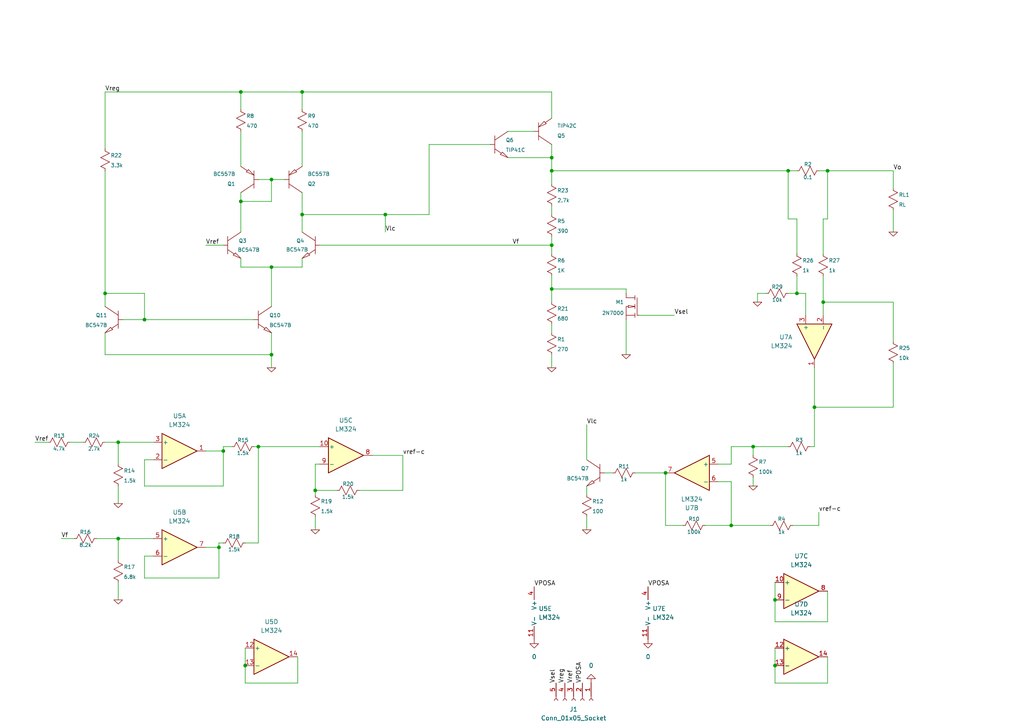
<source format=kicad_sch>
(kicad_sch (version 20231120) (generator "eeschema") (generator_version "8.0")
  (paper "A4")
  (lib_symbols
    (symbol "Amplifier_Operational:LM324" (pin_names (offset 0.127))
      (property "Reference" "U" (at 0 5.08 0))
      (property "Value" "LM324" (at 0 -5.08 0))
      (symbol "LM324_1_1"
        (polyline (pts (xy -5.08 5.08) (xy 5.08 0) (xy -5.08 -5.08) (xy -5.08 5.08)) (stroke (width 0.254)) (fill (type background)))
        (pin output line (at 7.62 0 180) (length 2.54) (name "~") (number "1"))
        (pin input line (at -7.62 -2.54 0) (length 2.54) (name "-") (number "2"))
        (pin input line (at -7.62 2.54 0) (length 2.54) (name "+") (number "3"))
      )
      (symbol "LM324_2_1"
        (polyline (pts (xy -5.08 5.08) (xy 5.08 0) (xy -5.08 -5.08) (xy -5.08 5.08)) (stroke (width 0.254)) (fill (type background)))
        (pin input line (at -7.62 2.54 0) (length 2.54) (name "+") (number "5"))
        (pin input line (at -7.62 -2.54 0) (length 2.54) (name "-") (number "6"))
        (pin output line (at 7.62 0 180) (length 2.54) (name "~") (number "7"))
      )
      (symbol "LM324_3_1"
        (polyline (pts (xy -5.08 5.08) (xy 5.08 0) (xy -5.08 -5.08) (xy -5.08 5.08)) (stroke (width 0.254)) (fill (type background)))
        (pin input line (at -7.62 2.54 0) (length 2.54) (name "+") (number "10"))
        (pin output line (at 7.62 0 180) (length 2.54) (name "~") (number "8"))
        (pin input line (at -7.62 -2.54 0) (length 2.54) (name "-") (number "9"))
      )
      (symbol "LM324_4_1"
        (polyline (pts (xy -5.08 5.08) (xy 5.08 0) (xy -5.08 -5.08) (xy -5.08 5.08)) (stroke (width 0.254)) (fill (type background)))
        (pin input line (at -7.62 2.54 0) (length 2.54) (name "+") (number "12"))
        (pin input line (at -7.62 -2.54 0) (length 2.54) (name "-") (number "13"))
        (pin output line (at 7.62 0 180) (length 2.54) (name "~") (number "14"))
      )
      (symbol "LM324_5_1"
        (pin power_in line (at -2.54 -7.62 90) (length 3.81) (name "V-") (number "11"))
        (pin power_in line (at -2.54 7.62 270) (length 3.81) (name "V+") (number "4"))
      )
    )
    (symbol "Connector:Conn_01x05_Socket" (pin_names (offset 1.016) hide)
      (property "Reference" "J" (at 0 7.62 0))
      (property "Value" "Conn_01x05_Socket" (at 0 -7.62 0))
      (symbol "Conn_01x05_Socket_1_1"
        (arc (start 0 -4.572) (mid -0.5058 -5.08) (end 0 -5.588) (stroke (width 0.1524)))
        (arc (start 0 -2.032) (mid -0.5058 -2.54) (end 0 -3.048) (stroke (width 0.1524)))
        (polyline (pts (xy -1.27 -5.08) (xy -0.508 -5.08)) (stroke (width 0.1524)))
        (polyline (pts (xy -1.27 -2.54) (xy -0.508 -2.54)) (stroke (width 0.1524)))
        (polyline (pts (xy -1.27 0) (xy -0.508 0)) (stroke (width 0.1524)))
        (polyline (pts (xy -1.27 2.54) (xy -0.508 2.54)) (stroke (width 0.1524)))
        (polyline (pts (xy -1.27 5.08) (xy -0.508 5.08)) (stroke (width 0.1524)))
        (arc (start 0 0.508) (mid -0.5058 0) (end 0 -0.508) (stroke (width 0.1524)))
        (arc (start 0 3.048) (mid -0.5058 2.54) (end 0 2.032) (stroke (width 0.1524)))
        (arc (start 0 5.588) (mid -0.5058 5.08) (end 0 4.572) (stroke (width 0.1524)))
        (pin passive line (at -5.08 5.08 0) (length 3.81) (name "Pin_1") (number "1"))
        (pin passive line (at -5.08 2.54 0) (length 3.81) (name "Pin_2") (number "2"))
        (pin passive line (at -5.08 0 0) (length 3.81) (name "Pin_3") (number "3"))
        (pin passive line (at -5.08 -2.54 0) (length 3.81) (name "Pin_4") (number "4"))
        (pin passive line (at -5.08 -5.08 0) (length 3.81) (name "Pin_5") (number "5"))
      )
    )
    (symbol "ltspice:GND" (power)
      (symbol "GND_0_0"
        (polyline (pts (xy 1.27 0) (xy -1.27 0) (xy 0 -1.1938) (xy 1.27 0) (xy -1.27 0) (xy 0 -1.1938)) (stroke (width 0.1524)))
        (pin power_in line (at 0 0 0) (length 0.0005) (name "") (number ""))
      )
    )
    (symbol "ltspice:nmos" (pin_numbers hide)
      (symbol "nmos_0_0"
        (polyline (pts (xy 0.635 -6.35) (xy 0 -6.35)) (stroke (width 0.1524)))
        (polyline (pts (xy 0.635 -6.35) (xy 0.635 -1.27)) (stroke (width 0.1524)))
        (polyline (pts (xy 1.27 -6.985) (xy 1.27 -5.715)) (stroke (width 0.1524)))
        (polyline (pts (xy 1.27 -4.445) (xy 1.27 -3.175)) (stroke (width 0.1524)))
        (polyline (pts (xy 1.27 -1.905) (xy 1.27 -0.635)) (stroke (width 0.1524)))
        (polyline (pts (xy 1.27 -1.27) (xy 3.81 -1.27)) (stroke (width 0.1524)))
        (polyline (pts (xy 3.175 -4.1402) (xy 1.27 -3.81)) (stroke (width 0.1524)))
        (polyline (pts (xy 3.175 -4.1402) (xy 3.175 -3.5052)) (stroke (width 0.1524)))
        (polyline (pts (xy 3.175 -3.5052) (xy 1.27 -3.81)) (stroke (width 0.1524)))
        (polyline (pts (xy 3.81 -7.62) (xy 3.81 -3.81)) (stroke (width 0.1524)))
        (polyline (pts (xy 3.81 -6.35) (xy 1.27 -6.35)) (stroke (width 0.1524)))
        (polyline (pts (xy 3.81 -3.81) (xy 3.175 -3.81)) (stroke (width 0.1524)))
        (polyline (pts (xy 3.81 -1.27) (xy 3.81 0)) (stroke (width 0.1524)))
        (pin passive line (at 3.81 0 0) (length 0.0005) (name "D") (number "1"))
        (pin passive line (at 0 -6.35 0) (length 0.0005) (name "G") (number "2"))
        (pin passive line (at 3.81 -7.62 0) (length 0.0005) (name "S") (number "3"))
      )
    )
    (symbol "ltspice:npn" (pin_numbers hide)
      (symbol "npn_0_0"
        (polyline (pts (xy 0 -3.81) (xy 1.27 -3.81)) (stroke (width 0.1524)))
        (polyline (pts (xy 1.27 -5.08) (xy 3.175 -6.35)) (stroke (width 0.1524)))
        (polyline (pts (xy 1.27 -1.27) (xy 1.27 -6.35)) (stroke (width 0.1524)))
        (polyline (pts (xy 2.8702 -6.6802) (xy 3.5052 -6.0452)) (stroke (width 0.1524)))
        (polyline (pts (xy 2.8702 -6.6802) (xy 5.08 -7.62)) (stroke (width 0.1524)))
        (polyline (pts (xy 3.5052 -6.0452) (xy 5.08 -7.62)) (stroke (width 0.1524)))
        (polyline (pts (xy 5.08 0) (xy 1.27 -2.54)) (stroke (width 0.1524)))
        (pin passive line (at 5.08 0 0) (length 0.0005) (name "C") (number "1"))
        (pin passive line (at 0 -3.81 0) (length 0.0005) (name "B") (number "2"))
        (pin passive line (at 5.08 -7.62 0) (length 0.0005) (name "E") (number "3"))
      )
    )
    (symbol "ltspice:pnp" (pin_numbers hide)
      (symbol "pnp_0_0"
        (polyline (pts (xy 0 -3.81) (xy 1.27 -3.81)) (stroke (width 0.1524)))
        (polyline (pts (xy 1.27 -1.27) (xy 1.27 -6.35)) (stroke (width 0.1524)))
        (polyline (pts (xy 2.8702 -6.6802) (xy 1.27 -5.08)) (stroke (width 0.1524)))
        (polyline (pts (xy 2.8702 -6.6802) (xy 3.5052 -6.0452)) (stroke (width 0.1524)))
        (polyline (pts (xy 3.5052 -6.0452) (xy 1.27 -5.08)) (stroke (width 0.1524)))
        (polyline (pts (xy 5.08 -7.62) (xy 3.175 -6.35)) (stroke (width 0.1524)))
        (polyline (pts (xy 5.08 0) (xy 1.27 -2.54)) (stroke (width 0.1524)))
        (pin passive line (at 5.08 0 0) (length 0.0005) (name "C") (number "1"))
        (pin passive line (at 0 -3.81 0) (length 0.0005) (name "B") (number "2"))
        (pin passive line (at 5.08 -7.62 0) (length 0.0005) (name "E") (number "3"))
      )
    )
    (symbol "ltspice:res" (pin_numbers hide)
      (symbol "res_0_0"
        (polyline (pts (xy 0 -6.35) (xy 2.54 -5.08)) (stroke (width 0.1524)))
        (polyline (pts (xy 0 -3.81) (xy 2.54 -2.54)) (stroke (width 0.1524)))
        (polyline (pts (xy 1.27 -7.62) (xy 1.27 -6.985)) (stroke (width 0.1524)))
        (polyline (pts (xy 1.27 -6.985) (xy 0 -6.35)) (stroke (width 0.1524)))
        (polyline (pts (xy 1.27 -1.905) (xy 1.27 -1.27)) (stroke (width 0.1524)))
        (polyline (pts (xy 2.54 -5.08) (xy 0 -3.81)) (stroke (width 0.1524)))
        (polyline (pts (xy 2.54 -2.54) (xy 1.27 -1.905)) (stroke (width 0.1524)))
        (pin passive line (at 1.27 -1.27 0) (length 0.0005) (name "") (number "1"))
        (pin passive line (at 1.27 -7.62 0) (length 0.0005) (name "") (number "2"))
      )
    )
    (symbol "power:GND" (power) (pin_numbers hide) (pin_names (offset 0) hide)
      (property "Value" "GND" (at 0 -3.81 0))
      (symbol "GND_0_1"
        (polyline (pts (xy 0 0) (xy 0 -1.27) (xy 1.27 -1.27) (xy 0 -2.54) (xy -1.27 -1.27) (xy 0 -1.27)))
      )
      (symbol "GND_1_1"
        (pin power_in line (at 0 0 270) (length 0) (name "~") (number "1"))
      )
    )
  )
  (junction (at 160.02 45.72))
  (junction (at 160.02 49.53))
  (junction (at 240.03 49.53))
  (junction (at 212.09 152.4))
  (junction (at 228.6 49.53))
  (junction (at 111.76 62.23))
  (junction (at 71.12 193.04))
  (junction (at 87.63 26.67))
  (junction (at 69.85 58.42))
  (junction (at 218.44 129.54))
  (junction (at 63.5 158.75))
  (junction (at 41.91 92.71))
  (junction (at 224.79 193.04))
  (junction (at 30.48 85.09))
  (junction (at 91.44 142.24))
  (junction (at 193.04 137.16))
  (junction (at 231.14 85.09))
  (junction (at 87.63 62.23))
  (junction (at 34.29 128.27))
  (junction (at 78.74 102.87))
  (junction (at 160.02 71.12))
  (junction (at 224.79 173.99))
  (junction (at 78.74 77.47))
  (junction (at 74.93 129.54))
  (junction (at 236.22 118.11))
  (junction (at 238.76 87.63))
  (junction (at 160.02 83.82))
  (junction (at 34.29 156.21))
  (junction (at 78.74 52.07))
  (junction (at 69.85 26.67))
  (junction (at 64.77 130.81))
  (wire (pts (xy 30.48 102.87) (xy 30.48 96.52)) (stroke (width 0.1524)))
  (wire (pts (xy 78.74 88.9) (xy 78.74 77.47)) (stroke (width 0.1524)))
  (wire (pts (xy 181.61 83.82) (xy 160.02 83.82)) (stroke (width 0.1524)))
  (wire (pts (xy 111.76 67.31) (xy 111.76 62.23)) (stroke (width 0.1524)))
  (wire (pts (xy 34.29 162.56) (xy 34.29 156.21)) (stroke (width 0.1524)))
  (wire (pts (xy 87.63 62.23) (xy 87.63 55.88)) (stroke (width 0.1524)))
  (wire (pts (xy 233.68 91.44) (xy 233.68 85.09)) (stroke (width 0.1524)))
  (wire (pts (xy 212.09 152.4) (xy 204.47 152.4)) (stroke (width 0.1524)))
  (wire (pts (xy 228.6 63.5) (xy 228.6 49.53)) (stroke (width 0.1524)))
  (wire (pts (xy 78.74 58.42) (xy 69.85 58.42)) (stroke (width 0.1524)))
  (wire (pts (xy 69.85 48.26) (xy 69.85 38.1)) (stroke (width 0.1524)))
  (wire (pts (xy 74.93 157.48) (xy 74.93 129.54)) (stroke (width 0.1524)))
  (wire (pts (xy 124.46 62.23) (xy 124.46 41.91)) (stroke (width 0.1524)))
  (wire (pts (xy 34.29 156.21) (xy 27.94 156.21)) (stroke (width 0.1524)))
  (wire (pts (xy 233.68 85.09) (xy 231.14 85.09)) (stroke (width 0.1524)))
  (wire (pts (xy 259.08 118.11) (xy 259.08 105.41)) (stroke (width 0.1524)))
  (wire (pts (xy 64.77 129.54) (xy 67.31 129.54)) (stroke (width 0.1524)))
  (wire (pts (xy 218.44 132.08) (xy 218.44 129.54)) (stroke (width 0.1524)))
  (wire (pts (xy 240.03 63.5) (xy 240.03 49.53)) (stroke (width 0.1524)))
  (wire (pts (xy 240.03 49.53) (xy 237.49 49.53)) (stroke (width 0.1524)))
  (wire (pts (xy 231.14 85.09) (xy 228.6 85.09)) (stroke (width 0.1524)))
  (wire (pts (xy 44.45 156.21) (xy 34.29 156.21)) (stroke (width 0.1524)))
  (wire (pts (xy 238.76 73.66) (xy 238.76 63.5)) (stroke (width 0.1524)))
  (wire (pts (xy 231.14 85.09) (xy 231.14 80.01)) (stroke (width 0.1524)))
  (wire (pts (xy 193.04 137.16) (xy 184.15 137.16)) (stroke (width 0.1524)))
  (wire (pts (xy 64.77 130.81) (xy 64.77 129.54)) (stroke (width 0.1524)))
  (wire (pts (xy 160.02 96.52) (xy 160.02 93.98)) (stroke (width 0.1524)))
  (wire (pts (xy 160.02 73.66) (xy 160.02 71.12)) (stroke (width 0.1524)))
  (wire (pts (xy 124.46 62.23) (xy 111.76 62.23)) (stroke (width 0.1524)))
  (wire (pts (xy 41.91 92.71) (xy 35.56 92.71)) (stroke (width 0.1524)))
  (wire (pts (xy 87.63 77.47) (xy 87.63 74.93)) (stroke (width 0.1524)))
  (wire (pts (xy 259.08 67.31) (xy 259.08 60.96)) (stroke (width 0.1524)))
  (wire (pts (xy 87.63 48.26) (xy 87.63 38.1)) (stroke (width 0.1524)))
  (wire (pts (xy 10.16 128.27) (xy 13.97 128.27)) (stroke (width 0.1524)))
  (wire (pts (xy 78.74 77.47) (xy 69.85 77.47)) (stroke (width 0.1524)))
  (wire (pts (xy 87.63 31.75) (xy 87.63 26.67)) (stroke (width 0.1524)))
  (wire (pts (xy 238.76 87.63) (xy 238.76 80.01)) (stroke (width 0.1524)))
  (wire (pts (xy 34.29 146.05) (xy 34.29 140.97)) (stroke (width 0.1524)))
  (wire (pts (xy 30.48 85.09) (xy 30.48 49.53)) (stroke (width 0.1524)))
  (wire (pts (xy 87.63 26.67) (xy 69.85 26.67)) (stroke (width 0.1524)))
  (wire (pts (xy 177.8 137.16) (xy 175.26 137.16)) (stroke (width 0.1524)))
  (wire (pts (xy 236.22 129.54) (xy 234.95 129.54)) (stroke (width 0.1524)))
  (wire (pts (xy 259.08 54.61) (xy 259.08 49.53)) (stroke (width 0.1524)))
  (wire (pts (xy 224.79 193.04) (xy 224.79 198.12)))
  (wire (pts (xy 59.69 158.75) (xy 63.5 158.75)) (stroke (width 0.1524)))
  (wire (pts (xy 41.91 92.71) (xy 41.91 85.09)) (stroke (width 0.1524)))
  (wire (pts (xy 160.02 49.53) (xy 160.02 45.72)) (stroke (width 0.1524)))
  (wire (pts (xy 240.03 190.5) (xy 240.03 198.12)))
  (wire (pts (xy 229.87 152.4) (xy 237.49 152.4)) (stroke (width 0.1524)))
  (wire (pts (xy 193.04 137.16) (xy 193.04 152.4)) (stroke (width 0.1524)))
  (wire (pts (xy 170.18 153.67) (xy 170.18 149.86)) (stroke (width 0.1524)))
  (wire (pts (xy 44.45 128.27) (xy 34.29 128.27)) (stroke (width 0.1524)))
  (wire (pts (xy 59.69 130.81) (xy 64.77 130.81)) (stroke (width 0.1524)))
  (wire (pts (xy 259.08 118.11) (xy 236.22 118.11)) (stroke (width 0.1524)))
  (wire (pts (xy 116.84 132.08) (xy 107.95 132.08)) (stroke (width 0.1524)))
  (wire (pts (xy 91.44 142.24) (xy 91.44 134.62)) (stroke (width 0.1524)))
  (wire (pts (xy 63.5 158.75) (xy 63.5 167.64)) (stroke (width 0.1524)))
  (wire (pts (xy 238.76 91.44) (xy 238.76 87.63)) (stroke (width 0.1524)))
  (wire (pts (xy 74.93 157.48) (xy 71.12 157.48)) (stroke (width 0.1524)))
  (wire (pts (xy 160.02 106.68) (xy 160.02 102.87)) (stroke (width 0.1524)))
  (wire (pts (xy 181.61 102.87) (xy 181.61 92.71)) (stroke (width 0.1524)))
  (wire (pts (xy 17.78 156.21) (xy 21.59 156.21)) (stroke (width 0.1524)))
  (wire (pts (xy 30.48 43.18) (xy 30.48 26.67)) (stroke (width 0.1524)))
  (wire (pts (xy 231.14 73.66) (xy 231.14 63.5)) (stroke (width 0.1524)))
  (wire (pts (xy 34.29 134.62) (xy 34.29 128.27)) (stroke (width 0.1524)))
  (wire (pts (xy 24.13 128.27) (xy 20.32 128.27)) (stroke (width 0.1524)))
  (wire (pts (xy 59.69 71.12) (xy 64.77 71.12)) (stroke (width 0.1524)))
  (wire (pts (xy 160.02 53.34) (xy 160.02 49.53)) (stroke (width 0.1524)))
  (wire (pts (xy 224.79 173.99) (xy 224.79 180.34)))
  (wire (pts (xy 92.71 129.54) (xy 74.93 129.54)) (stroke (width 0.1524)))
  (wire (pts (xy 160.02 83.82) (xy 160.02 80.01)) (stroke (width 0.1524)))
  (wire (pts (xy 97.79 142.24) (xy 91.44 142.24)) (stroke (width 0.1524)))
  (wire (pts (xy 218.44 129.54) (xy 212.09 129.54)) (stroke (width 0.1524)))
  (wire (pts (xy 142.24 41.91) (xy 124.46 41.91)) (stroke (width 0.1524)))
  (wire (pts (xy 63.5 167.64) (xy 41.91 167.64)) (stroke (width 0.1524)))
  (wire (pts (xy 78.74 58.42) (xy 78.74 52.07)) (stroke (width 0.1524)))
  (wire (pts (xy 170.18 143.51) (xy 170.18 140.97)) (stroke (width 0.1524)))
  (wire (pts (xy 71.12 193.04) (xy 71.12 198.12)))
  (wire (pts (xy 212.09 139.7) (xy 208.28 139.7)) (stroke (width 0.1524)))
  (wire (pts (xy 64.77 140.97) (xy 64.77 130.81)) (stroke (width 0.1524)))
  (wire (pts (xy 240.03 180.34) (xy 224.79 180.34)))
  (wire (pts (xy 111.76 62.23) (xy 87.63 62.23)) (stroke (width 0.1524)))
  (wire (pts (xy 71.12 198.12) (xy 86.36 198.12)))
  (wire (pts (xy 160.02 45.72) (xy 147.32 45.72)) (stroke (width 0.1524)))
  (wire (pts (xy 160.02 34.29) (xy 160.02 26.67)) (stroke (width 0.1524)))
  (wire (pts (xy 259.08 87.63) (xy 259.08 99.06)) (stroke (width 0.1524)))
  (wire (pts (xy 87.63 77.47) (xy 78.74 77.47)) (stroke (width 0.1524)))
  (wire (pts (xy 63.5 157.48) (xy 63.5 158.75)) (stroke (width 0.1524)))
  (wire (pts (xy 86.36 190.5) (xy 86.36 198.12)))
  (wire (pts (xy 41.91 140.97) (xy 41.91 133.35)) (stroke (width 0.1524)))
  (wire (pts (xy 224.79 168.91) (xy 224.79 173.99)))
  (wire (pts (xy 64.77 157.48) (xy 63.5 157.48)) (stroke (width 0.1524)))
  (wire (pts (xy 222.25 85.09) (xy 219.71 85.09)) (stroke (width 0.1524)))
  (wire (pts (xy 212.09 134.62) (xy 208.28 134.62)) (stroke (width 0.1524)))
  (wire (pts (xy 116.84 142.24) (xy 104.14 142.24)) (stroke (width 0.1524)))
  (wire (pts (xy 74.93 129.54) (xy 73.66 129.54)) (stroke (width 0.1524)))
  (wire (pts (xy 236.22 118.11) (xy 236.22 106.68)) (stroke (width 0.1524)))
  (wire (pts (xy 219.71 87.63) (xy 219.71 85.09)) (stroke (width 0.1524)))
  (wire (pts (xy 224.79 187.96) (xy 224.79 193.04)))
  (wire (pts (xy 87.63 67.31) (xy 87.63 62.23)) (stroke (width 0.1524)))
  (wire (pts (xy 92.71 71.12) (xy 160.02 71.12)) (stroke (width 0.1524)))
  (wire (pts (xy 238.76 87.63) (xy 259.08 87.63)) (stroke (width 0.1524)))
  (wire (pts (xy 240.03 171.45) (xy 240.03 180.34)))
  (wire (pts (xy 237.49 148.59) (xy 237.49 152.4)) (stroke (width 0.1524)))
  (wire (pts (xy 240.03 198.12) (xy 224.79 198.12)))
  (wire (pts (xy 223.52 152.4) (xy 212.09 152.4)) (stroke (width 0.1524)))
  (wire (pts (xy 212.09 134.62) (xy 212.09 129.54)) (stroke (width 0.1524)))
  (wire (pts (xy 78.74 102.87) (xy 78.74 96.52)) (stroke (width 0.1524)))
  (wire (pts (xy 160.02 26.67) (xy 87.63 26.67)) (stroke (width 0.1524)))
  (wire (pts (xy 231.14 49.53) (xy 228.6 49.53)) (stroke (width 0.1524)))
  (wire (pts (xy 154.94 38.1) (xy 147.32 38.1)) (stroke (width 0.1524)))
  (wire (pts (xy 78.74 106.68) (xy 78.74 102.87)) (stroke (width 0.1524)))
  (wire (pts (xy 41.91 85.09) (xy 30.48 85.09)) (stroke (width 0.1524)))
  (wire (pts (xy 69.85 67.31) (xy 69.85 58.42)) (stroke (width 0.1524)))
  (wire (pts (xy 69.85 77.47) (xy 69.85 74.93)) (stroke (width 0.1524)))
  (wire (pts (xy 91.44 153.67) (xy 91.44 149.86)) (stroke (width 0.1524)))
  (wire (pts (xy 69.85 58.42) (xy 69.85 55.88)) (stroke (width 0.1524)))
  (wire (pts (xy 231.14 63.5) (xy 228.6 63.5)) (stroke (width 0.1524)))
  (wire (pts (xy 41.91 167.64) (xy 41.91 161.29)) (stroke (width 0.1524)))
  (wire (pts (xy 91.44 134.62) (xy 92.71 134.62)) (stroke (width 0.1524)))
  (wire (pts (xy 69.85 31.75) (xy 69.85 26.67)) (stroke (width 0.1524)))
  (wire (pts (xy 160.02 87.63) (xy 160.02 83.82)) (stroke (width 0.1524)))
  (wire (pts (xy 64.77 140.97) (xy 41.91 140.97)) (stroke (width 0.1524)))
  (wire (pts (xy 160.02 62.23) (xy 160.02 59.69)) (stroke (width 0.1524)))
  (wire (pts (xy 116.84 142.24) (xy 116.84 132.08)) (stroke (width 0.1524)))
  (wire (pts (xy 181.61 85.09) (xy 181.61 83.82)) (stroke (width 0.1524)))
  (wire (pts (xy 236.22 118.11) (xy 236.22 129.54)) (stroke (width 0.1524)))
  (wire (pts (xy 91.44 143.51) (xy 91.44 142.24)) (stroke (width 0.1524)))
  (wire (pts (xy 78.74 102.87) (xy 30.48 102.87)) (stroke (width 0.1524)))
  (wire (pts (xy 228.6 129.54) (xy 218.44 129.54)) (stroke (width 0.1524)))
  (wire (pts (xy 71.12 187.96) (xy 71.12 193.04)))
  (wire (pts (xy 259.08 49.53) (xy 240.03 49.53)) (stroke (width 0.1524)))
  (wire (pts (xy 82.55 52.07) (xy 78.74 52.07)) (stroke (width 0.1524)))
  (wire (pts (xy 218.44 140.97) (xy 218.44 138.43)) (stroke (width 0.1524)))
  (wire (pts (xy 170.18 133.35) (xy 170.18 123.19)) (stroke (width 0.1524)))
  (wire (pts (xy 78.74 52.07) (xy 74.93 52.07)) (stroke (width 0.1524)))
  (wire (pts (xy 228.6 49.53) (xy 160.02 49.53)) (stroke (width 0.1524)))
  (wire (pts (xy 212.09 139.7) (xy 212.09 152.4)) (stroke (width 0.1524)))
  (wire (pts (xy 160.02 71.12) (xy 160.02 68.58)) (stroke (width 0.1524)))
  (wire (pts (xy 30.48 88.9) (xy 30.48 85.09)) (stroke (width 0.1524)))
  (wire (pts (xy 34.29 173.99) (xy 34.29 168.91)) (stroke (width 0.1524)))
  (wire (pts (xy 73.66 92.71) (xy 41.91 92.71)) (stroke (width 0.1524)))
  (wire (pts (xy 240.03 63.5) (xy 238.76 63.5)) (stroke (width 0.1524)))
  (wire (pts (xy 34.29 128.27) (xy 30.48 128.27)) (stroke (width 0.1524)))
  (wire (pts (xy 195.58 91.44) (xy 185.42 91.44)) (stroke (width 0.1524)))
  (wire (pts (xy 41.91 133.35) (xy 44.45 133.35)) (stroke (width 0.1524)))
  (wire (pts (xy 69.85 26.67) (xy 30.48 26.67)) (stroke (width 0.1524)))
  (wire (pts (xy 160.02 45.72) (xy 160.02 41.91)) (stroke (width 0.1524)))
  (wire (pts (xy 198.12 152.4) (xy 193.04 152.4)) (stroke (width 0.1524)))
  (wire (pts (xy 44.45 161.29) (xy 41.91 161.29)) (stroke (width 0.1524)))
  (label "Vlc" (at 111.76 67.31 0))
  (label "Vref" (at 59.69 71.12 0))
  (label "Vf" (at 17.78 156.21 0))
  (label "Vref" (at 10.16 128.27 0))
  (label "Vreg" (at 163.83 198.12 90))
  (label "Vsel" (at 195.58 91.44 0))
  (label "Vreg" (at 30.48 26.67 0))
  (label "vref-c" (at 237.49 148.59 0))
  (label "Vsel" (at 161.29 198.12 90))
  (label "VPOSA" (at 154.94 170.18 0))
  (label "VPOSA" (at 187.96 170.18 0))
  (label "vref-c" (at 116.84 132.08 0))
  (label "Vlc" (at 170.18 123.19 0))
  (label "Vf" (at 148.59 71.12 0))
  (label "VPOSA" (at 168.91 198.12 90))
  (label "Vref" (at 166.37 198.12 90))
  (label "Vo" (at 259.08 49.53 0))
  (symbol (lib_id "ltspice:res") (at 33.02 161.29 0) (unit 1)
    (property "Reference" "R17" (at 35.8902 164.465 0) (effects (font (size 1.0668 1.0668)) (justify left)))
    (property "Value" "6.8k" (at 35.8902 167.3352 0) (effects (font (size 1.0668 1.0668)) (justify left)))
    (property "Footprint" "Resistor_THT:R_Axial_DIN0207_L6.3mm_D2.5mm_P7.62mm_Horizontal" (effects (hide yes)))
    (property "Sim.Device" "R" (effects (hide yes)))
    (property "Sim.Params" "R=${VALUE}" (effects (hide yes)))
  )
  (symbol (lib_id "Amplifier_Operational:LM324") (at 190.5 177.8 0) (unit 5)
    (property "Reference" "U7" (at 189.23 176.5299 0) (effects (justify left)))
    (property "Value" "LM324" (at 189.23 179.0699 0) (effects (justify left)))
    (property "Footprint" "Package_DIP:DIP-14_W7.62mm_Socket" (effects (hide yes)))
    (property "Datasheet" "http://www.ti.com/lit/ds/symlink/lm2902-n.pdf" (effects (hide yes)))
    (property "Description" "Low-Power, Quad-Operational Amplifiers, DIP-14/SOIC-14/SSOP-14" (effects (hide yes)))
  )
  (symbol (lib_id "ltspice:res") (at 105.41 140.97 270) (unit 1)
    (property "Reference" "R20" (at 100.965 140.97 90) (effects (font (size 1.0668 1.0668)) (justify bottom)))
    (property "Value" "1.5k" (at 100.965 143.51 90) (effects (font (size 1.0668 1.0668)) (justify top)))
    (property "Footprint" "Resistor_THT:R_Axial_DIN0207_L6.3mm_D2.5mm_P7.62mm_Horizontal" (effects (hide yes)))
    (property "Sim.Device" "R" (effects (hide yes)))
    (property "Sim.Params" "R=${VALUE}" (effects (hide yes)))
  )
  (symbol (lib_id "ltspice:res") (at 237.49 72.39 0) (unit 1)
    (property "Reference" "R27" (at 240.3602 75.565 0) (effects (font (size 1.0668 1.0668)) (justify left)))
    (property "Value" "1k" (at 240.3602 78.4352 0) (effects (font (size 1.0668 1.0668)) (justify left)))
    (property "Footprint" "Resistor_THT:R_Axial_DIN0207_L6.3mm_D2.5mm_P7.62mm_Horizontal" (effects (hide yes)))
    (property "Sim.Device" "R" (effects (hide yes)))
    (property "Sim.Params" "R=${VALUE}" (effects (hide yes)))
  )
  (symbol (lib_id "ltspice:npn") (at 142.24 38.1 0) (unit 1)
    (property "Reference" "Q6" (at 146.685 40.64 0) (effects (font (size 1.0668 1.0668)) (justify left)))
    (property "Value" "TIP41C" (at 146.685 43.5102 0) (effects (font (size 1.0668 1.0668)) (justify left)))
    (property "Footprint" "Package_TO_SOT_THT:TO-220-3_Vertical" (effects (hide yes)))
    (property "Sim.Device" "SPICE" (effects (hide yes)))
    (property "Sim.Params" "model=\"TIP41C\"" (effects (hide yes)))
  )
  (symbol (lib_id "ltspice:res") (at 236.22 128.27 270) (unit 1)
    (property "Reference" "R3" (at 231.775 128.27 90) (effects (font (size 1.0668 1.0668)) (justify bottom)))
    (property "Value" "1k" (at 231.775 130.81 90) (effects (font (size 1.0668 1.0668)) (justify top)))
    (property "Footprint" "Resistor_THT:R_Axial_DIN0207_L6.3mm_D2.5mm_P7.62mm_Horizontal" (effects (hide yes)))
    (property "Sim.Device" "R" (effects (hide yes)))
    (property "Sim.Params" "R=${VALUE}" (effects (hide yes)))
  )
  (symbol (lib_id "ltspice:res") (at 238.76 48.26 270) (unit 1)
    (property "Reference" "R2" (at 234.315 48.26 90) (effects (font (size 1.0668 1.0668)) (justify bottom)))
    (property "Value" "0.1" (at 234.315 50.8 90) (effects (font (size 1.0668 1.0668)) (justify top)))
    (property "Footprint" "Resistor_THT:R_Axial_DIN0207_L6.3mm_D2.5mm_P7.62mm_Horizontal" (effects (hide yes)))
    (property "Sim.Device" "R" (effects (hide yes)))
    (property "Sim.Params" "R=${VALUE}" (effects (hide yes)))
  )
  (symbol (lib_id "ltspice:res") (at 29.21 41.91 0) (unit 1)
    (property "Reference" "R22" (at 32.0802 45.085 0) (effects (font (size 1.0668 1.0668)) (justify left)))
    (property "Value" "3.3k" (at 32.0802 47.9552 0) (effects (font (size 1.0668 1.0668)) (justify left)))
    (property "Footprint" "Resistor_THT:R_Axial_DIN0207_L6.3mm_D2.5mm_P7.62mm_Horizontal" (effects (hide yes)))
    (property "Sim.Device" "R" (effects (hide yes)))
    (property "Sim.Params" "R=${VALUE}" (effects (hide yes)))
  )
  (symbol (lib_id "ltspice:res") (at 257.81 97.79 0) (unit 1)
    (property "Reference" "R25" (at 260.6802 100.965 0) (effects (font (size 1.0668 1.0668)) (justify left)))
    (property "Value" "10k" (at 260.6802 103.8352 0) (effects (font (size 1.0668 1.0668)) (justify left)))
    (property "Footprint" "Resistor_THT:R_Axial_DIN0207_L6.3mm_D2.5mm_P7.62mm_Horizontal" (effects (hide yes)))
    (property "Sim.Device" "R" (effects (hide yes)))
    (property "Sim.Params" "R=${VALUE}" (effects (hide yes)))
  )
  (symbol (lib_id "power:GND") (at 187.96 185.42 0) (unit 1)
    (property "Reference" "#PWR01" (effects (hide yes)))
    (property "Value" "0" (at 187.96 190.5 0))
    (property "Description" "Power symbol creates a global label with name \"GND\" , ground" (effects (hide yes)))
  )
  (symbol (lib_id "ltspice:res") (at 229.87 83.82 270) (unit 1)
    (property "Reference" "R29" (at 225.425 83.82 90) (effects (font (size 1.0668 1.0668)) (justify bottom)))
    (property "Value" "10k" (at 225.425 86.36 90) (effects (font (size 1.0668 1.0668)) (justify top)))
    (property "Footprint" "Resistor_THT:R_Axial_DIN0207_L6.3mm_D2.5mm_P7.62mm_Horizontal" (effects (hide yes)))
    (property "Sim.Device" "R" (effects (hide yes)))
    (property "Sim.Params" "R=${VALUE}" (effects (hide yes)))
  )
  (symbol (lib_id "ltspice:res") (at 205.74 151.13 270) (unit 1)
    (property "Reference" "R10" (at 201.295 151.13 90) (effects (font (size 1.0668 1.0668)) (justify bottom)))
    (property "Value" "100k" (at 201.295 153.67 90) (effects (font (size 1.0668 1.0668)) (justify top)))
    (property "Footprint" "Resistor_THT:R_Axial_DIN0207_L6.3mm_D2.5mm_P7.62mm_Horizontal" (effects (hide yes)))
    (property "Sim.Device" "R" (effects (hide yes)))
    (property "Sim.Params" "R=${VALUE}" (effects (hide yes)))
  )
  (symbol (lib_id "ltspice:res") (at 158.75 60.96 0) (unit 1)
    (property "Reference" "R5" (at 161.6202 64.135 0) (effects (font (size 1.0668 1.0668)) (justify left)))
    (property "Value" "390" (at 161.6202 67.0052 0) (effects (font (size 1.0668 1.0668)) (justify left)))
    (property "Footprint" "Resistor_THT:R_Axial_DIN0207_L6.3mm_D2.5mm_P7.62mm_Horizontal" (effects (hide yes)))
    (property "Sim.Device" "R" (effects (hide yes)))
    (property "Sim.Params" "R=${VALUE}" (effects (hide yes)))
  )
  (symbol (lib_id "ltspice:npn") (at 175.26 133.35 0) (mirror y) (unit 1)
    (property "Reference" "Q7" (at 170.815 135.89 0) (effects (font (size 1.0668 1.0668)) (justify left)))
    (property "Value" "BC547B" (at 170.815 138.7602 0) (effects (font (size 1.0668 1.0668)) (justify left)))
    (property "Footprint" "Package_TO_SOT_THT:TO-92L_Inline" (effects (hide yes)))
    (property "Sim.Device" "SPICE" (effects (hide yes)))
    (property "Sim.Params" "model=\"BC547B\"" (effects (hide yes)))
  )
  (symbol (lib_id "ltspice:GND") (at 160.02 106.68 0) (unit 1)
    (property "Reference" "#GND010" (effects (hide yes)))
    (property "Value" "0" (effects (hide yes)))
  )
  (symbol (lib_id "ltspice:res") (at 74.93 128.27 270) (unit 1)
    (property "Reference" "R15" (at 70.485 128.27 90) (effects (font (size 1.0668 1.0668)) (justify bottom)))
    (property "Value" "1.5k" (at 70.485 130.81 90) (effects (font (size 1.0668 1.0668)) (justify top)))
    (property "Footprint" "Resistor_THT:R_Axial_DIN0207_L6.3mm_D2.5mm_P7.62mm_Horizontal" (effects (hide yes)))
    (property "Sim.Device" "R" (effects (hide yes)))
    (property "Sim.Params" "R=${VALUE}" (effects (hide yes)))
  )
  (symbol (lib_id "ltspice:res") (at 229.87 72.39 0) (unit 1)
    (property "Reference" "R26" (at 232.7402 75.565 0) (effects (font (size 1.0668 1.0668)) (justify left)))
    (property "Value" "1k" (at 232.7402 78.4352 0) (effects (font (size 1.0668 1.0668)) (justify left)))
    (property "Footprint" "Resistor_THT:R_Axial_DIN0207_L6.3mm_D2.5mm_P7.62mm_Horizontal" (effects (hide yes)))
    (property "Sim.Device" "R" (effects (hide yes)))
    (property "Sim.Params" "R=${VALUE}" (effects (hide yes)))
  )
  (symbol (lib_id "ltspice:npn") (at 92.71 67.31 0) (mirror y) (unit 1)
    (property "Reference" "Q4" (at 88.265 69.85 0) (effects (font (size 1.0668 1.0668)) (justify left)))
    (property "Value" "BC547B" (at 89.3826 72.39 0) (effects (font (size 1.0668 1.0668)) (justify left)))
    (property "Footprint" "Package_TO_SOT_THT:TO-92L_Inline" (effects (hide yes)))
    (property "Sim.Device" "SPICE" (effects (hide yes)))
    (property "Sim.Params" "model=\"BC547B\"" (effects (hide yes)))
  )
  (symbol (lib_id "ltspice:res") (at 31.75 127 270) (unit 1)
    (property "Reference" "R24" (at 27.305 127 90) (effects (font (size 1.0668 1.0668)) (justify bottom)))
    (property "Value" "2.7k" (at 27.305 129.54 90) (effects (font (size 1.0668 1.0668)) (justify top)))
    (property "Footprint" "Resistor_THT:R_Axial_DIN0207_L6.3mm_D2.5mm_P7.62mm_Horizontal" (effects (hide yes)))
    (property "Sim.Device" "R" (effects (hide yes)))
    (property "Sim.Params" "R=${VALUE}" (effects (hide yes)))
  )
  (symbol (lib_id "Amplifier_Operational:LM324") (at 232.41 171.45 0) (unit 3)
    (property "Reference" "U7" (at 232.41 161.29 0))
    (property "Value" "LM324" (at 232.41 163.83 0))
    (property "Footprint" "Package_DIP:DIP-14_W7.62mm_Socket" (effects (hide yes)))
    (property "Datasheet" "http://www.ti.com/lit/ds/symlink/lm2902-n.pdf" (effects (hide yes)))
    (property "Description" "Low-Power, Quad-Operational Amplifiers, DIP-14/SOIC-14/SSOP-14" (effects (hide yes)))
  )
  (symbol (lib_id "ltspice:GND") (at 91.44 153.67 0) (unit 1)
    (property "Reference" "#GND05" (effects (hide yes)))
    (property "Value" "0" (effects (hide yes)))
  )
  (symbol (lib_id "ltspice:res") (at 158.75 72.39 0) (unit 1)
    (property "Reference" "R6" (at 161.6202 75.565 0) (effects (font (size 1.0668 1.0668)) (justify left)))
    (property "Value" "1K" (at 161.6202 78.4352 0) (effects (font (size 1.0668 1.0668)) (justify left)))
    (property "Footprint" "Resistor_THT:R_Axial_DIN0207_L6.3mm_D2.5mm_P7.62mm_Horizontal" (effects (hide yes)))
    (property "Sim.Device" "R" (effects (hide yes)))
    (property "Sim.Params" "R=${VALUE}" (effects (hide yes)))
  )
  (symbol (lib_id "ltspice:nmos") (at 185.42 85.09 0) (mirror y) (unit 1)
    (property "Reference" "M1" (at 180.975 87.63 0) (effects (font (size 1.0668 1.0668)) (justify left)))
    (property "Value" "2N7000" (at 180.975 90.805 0) (effects (font (size 1.0668 1.0668)) (justify left)))
    (property "Footprint" "Package_TO_SOT_THT:TO-92L_Inline" (effects (hide yes)))
    (property "Sim.Device" "SPICE" (effects (hide yes)))
    (property "Sim.Params" "model=\"2N7002\"" (effects (hide yes)))
  )
  (symbol (lib_id "ltspice:GND") (at 259.08 67.31 0) (unit 1)
    (property "Reference" "#GND06" (effects (hide yes)))
    (property "Value" "0" (effects (hide yes)))
  )
  (symbol (lib_id "ltspice:GND") (at 219.71 87.63 0) (unit 1)
    (property "Reference" "#GND014" (effects (hide yes)))
    (property "Value" "0" (effects (hide yes)))
  )
  (symbol (lib_id "ltspice:npn") (at 73.66 88.9 0) (unit 1)
    (property "Reference" "Q10" (at 78.105 91.44 0) (effects (font (size 1.0668 1.0668)) (justify left)))
    (property "Value" "BC547B" (at 78.105 94.3102 0) (effects (font (size 1.0668 1.0668)) (justify left)))
    (property "Footprint" "Package_TO_SOT_THT:TO-92L_Inline" (effects (hide yes)))
    (property "Sim.Device" "SPICE" (effects (hide yes)))
    (property "Sim.Params" "model=\"BC547B\"" (effects (hide yes)))
  )
  (symbol (lib_id "ltspice:npn") (at 64.77 67.31 0) (unit 1)
    (property "Reference" "Q3" (at 69.215 69.85 0) (effects (font (size 1.0668 1.0668)) (justify left)))
    (property "Value" "BC547B" (at 68.9102 72.4662 0) (effects (font (size 1.0668 1.0668)) (justify left)))
    (property "Footprint" "Package_TO_SOT_THT:TO-92L_Inline" (effects (hide yes)))
    (property "Sim.Device" "SPICE" (effects (hide yes)))
    (property "Sim.Params" "model=\"BC547B\"" (effects (hide yes)))
  )
  (symbol (lib_id "ltspice:GND") (at 218.44 140.97 0) (unit 1)
    (property "Reference" "#GND00" (effects (hide yes)))
    (property "Value" "0" (effects (hide yes)))
  )
  (symbol (lib_id "Amplifier_Operational:LM324") (at 78.74 190.5 0) (unit 4)
    (property "Reference" "U5" (at 78.74 180.34 0))
    (property "Value" "LM324" (at 78.74 182.88 0))
    (property "Footprint" "Package_DIP:DIP-14_W7.62mm_Socket" (effects (hide yes)))
    (property "Datasheet" "http://www.ti.com/lit/ds/symlink/lm2902-n.pdf" (effects (hide yes)))
    (property "Description" "Low-Power, Quad-Operational Amplifiers, DIP-14/SOIC-14/SSOP-14" (effects (hide yes)))
  )
  (symbol (lib_id "ltspice:res") (at 21.59 127 270) (unit 1)
    (property "Reference" "R13" (at 17.145 127 90) (effects (font (size 1.0668 1.0668)) (justify bottom)))
    (property "Value" "4.7k" (at 17.145 129.54 90) (effects (font (size 1.0668 1.0668)) (justify top)))
    (property "Footprint" "Resistor_THT:R_Axial_DIN0207_L6.3mm_D2.5mm_P7.62mm_Horizontal" (effects (hide yes)))
    (property "Sim.Device" "R" (effects (hide yes)))
    (property "Sim.Params" "R=${VALUE}" (effects (hide yes)))
  )
  (symbol (lib_id "Amplifier_Operational:LM324") (at 232.41 190.5 0) (unit 4)
    (property "Reference" "U7" (at 232.41 175.26 0))
    (property "Value" "LM324" (at 232.41 177.8 0))
    (property "Footprint" "Package_DIP:DIP-14_W7.62mm_Socket" (effects (hide yes)))
    (property "Datasheet" "http://www.ti.com/lit/ds/symlink/lm2902-n.pdf" (effects (hide yes)))
    (property "Description" "Low-Power, Quad-Operational Amplifiers, DIP-14/SOIC-14/SSOP-14" (effects (hide yes)))
  )
  (symbol (lib_id "ltspice:pnp") (at 82.55 55.88 0) (mirror x) (unit 1)
    (property "Reference" "Q2" (at 89.2302 53.34 0) (effects (font (size 1.0668 1.0668)) (justify left)))
    (property "Value" "BC557B" (at 89.2302 50.4698 0) (effects (font (size 1.0668 1.0668)) (justify left)))
    (property "Footprint" "Package_TO_SOT_THT:TO-92L_Inline" (effects (hide yes)))
    (property "Sim.Device" "SPICE" (effects (hide yes)))
    (property "Sim.Params" "model=\"BC557B\"" (effects (hide yes)))
  )
  (symbol (lib_id "ltspice:res") (at 185.42 135.89 270) (unit 1)
    (property "Reference" "R11" (at 180.975 135.89 90) (effects (font (size 1.0668 1.0668)) (justify bottom)))
    (property "Value" "1k" (at 180.975 138.43 90) (effects (font (size 1.0668 1.0668)) (justify top)))
    (property "Footprint" "Resistor_THT:R_Axial_DIN0207_L6.3mm_D2.5mm_P7.62mm_Horizontal" (effects (hide yes)))
    (property "Sim.Device" "R" (effects (hide yes)))
    (property "Sim.Params" "R=${VALUE}" (effects (hide yes)))
  )
  (symbol (lib_id "ltspice:res") (at 86.36 30.48 0) (unit 1)
    (property "Reference" "R9" (at 89.2302 33.655 0) (effects (font (size 1.0668 1.0668)) (justify left)))
    (property "Value" "470" (at 89.2302 36.5252 0) (effects (font (size 1.0668 1.0668)) (justify left)))
    (property "Footprint" "Resistor_THT:R_Axial_DIN0207_L6.3mm_D2.5mm_P7.62mm_Horizontal" (effects (hide yes)))
    (property "Sim.Device" "R" (effects (hide yes)))
    (property "Sim.Params" "R=${VALUE}" (effects (hide yes)))
  )
  (symbol (lib_id "power:GND") (at 171.45 198.12 180) (unit 1)
    (property "Reference" "#PWR03" (effects (hide yes)))
    (property "Value" "0" (at 171.45 193.04 0))
    (property "Description" "Power symbol creates a global label with name \"GND\" , ground" (effects (hide yes)))
  )
  (symbol (lib_id "Amplifier_Operational:LM324") (at 200.66 137.16 0) (mirror y) (unit 2)
    (property "Reference" "U7" (at 200.66 147.32 0))
    (property "Value" "LM324" (at 200.66 144.78 0))
    (property "Footprint" "Package_DIP:DIP-14_W7.62mm_Socket" (effects (hide yes)))
    (property "Datasheet" "http://www.ti.com/lit/ds/symlink/lm2902-n.pdf" (effects (hide yes)))
    (property "Description" "Low-Power, Quad-Operational Amplifiers, DIP-14/SOIC-14/SSOP-14" (effects (hide yes)))
  )
  (symbol (lib_id "Connector:Conn_01x05_Socket") (at 166.37 203.2 270) (unit 1)
    (property "Reference" "J1" (at 166.37 205.74 90))
    (property "Value" "Conn_01x05_Socket" (at 166.37 208.28 90))
    (property "Footprint" "Connector_PinSocket_1.00mm:PinSocket_1x05_P1.00mm_Vertical" (effects (hide yes)))
    (property "Description" "Generic connector, single row, 01x05, script generated" (effects (hide yes)))
  )
  (symbol (lib_id "ltspice:GND") (at 170.18 153.67 0) (unit 1)
    (property "Reference" "#GND01" (effects (hide yes)))
    (property "Value" "0" (effects (hide yes)))
  )
  (symbol (lib_id "ltspice:res") (at 168.91 142.24 0) (unit 1)
    (property "Reference" "R12" (at 171.7802 145.415 0) (effects (font (size 1.0668 1.0668)) (justify left)))
    (property "Value" "100" (at 171.7802 148.2852 0) (effects (font (size 1.0668 1.0668)) (justify left)))
    (property "Footprint" "Resistor_THT:R_Axial_DIN0207_L6.3mm_D2.5mm_P7.62mm_Horizontal" (effects (hide yes)))
    (property "Sim.Device" "R" (effects (hide yes)))
    (property "Sim.Params" "R=${VALUE}" (effects (hide yes)))
  )
  (symbol (lib_id "ltspice:res") (at 257.81 53.34 0) (unit 1)
    (property "Reference" "RL1" (at 260.6802 56.515 0) (effects (font (size 1.0668 1.0668)) (justify left)))
    (property "Value" "RL" (at 260.6802 59.3852 0) (effects (font (size 1.0668 1.0668)) (justify left)))
    (property "Footprint" "Resistor_THT:R_Axial_DIN0207_L6.3mm_D2.5mm_P7.62mm_Horizontal" (effects (hide yes)))
    (property "Sim.Device" "R" (effects (hide yes)))
    (property "Sim.Params" "R=${VALUE}" (effects (hide yes)))
  )
  (symbol (lib_id "ltspice:res") (at 158.75 86.36 0) (unit 1)
    (property "Reference" "R21" (at 161.6202 89.535 0) (effects (font (size 1.0668 1.0668)) (justify left)))
    (property "Value" "680" (at 161.6202 92.4052 0) (effects (font (size 1.0668 1.0668)) (justify left)))
    (property "Footprint" "Resistor_THT:R_Axial_DIN0207_L6.3mm_D2.5mm_P7.62mm_Horizontal" (effects (hide yes)))
    (property "Sim.Device" "R" (effects (hide yes)))
    (property "Sim.Params" "R=${VALUE}" (effects (hide yes)))
  )
  (symbol (lib_id "ltspice:pnp") (at 154.94 41.91 0) (mirror x) (unit 1)
    (property "Reference" "Q5" (at 161.6202 39.37 0) (effects (font (size 1.0668 1.0668)) (justify left)))
    (property "Value" "TIP42C" (at 161.6202 36.4998 0) (effects (font (size 1.0668 1.0668)) (justify left)))
    (property "Footprint" "Package_TO_SOT_THT:TO-220-3_Vertical" (effects (hide yes)))
    (property "Sim.Device" "SPICE" (effects (hide yes)))
    (property "Sim.Params" "model=\"TIP42C\"" (effects (hide yes)))
  )
  (symbol (lib_id "Amplifier_Operational:LM324") (at 52.07 130.81 0) (unit 1)
    (property "Reference" "U5" (at 52.07 120.65 0))
    (property "Value" "LM324" (at 52.07 123.19 0))
    (property "Footprint" "Package_DIP:DIP-14_W7.62mm_Socket" (effects (hide yes)))
    (property "Datasheet" "http://www.ti.com/lit/ds/symlink/lm2902-n.pdf" (effects (hide yes)))
    (property "Description" "Low-Power, Quad-Operational Amplifiers, DIP-14/SOIC-14/SSOP-14" (effects (hide yes)))
  )
  (symbol (lib_id "ltspice:res") (at 72.39 156.21 270) (unit 1)
    (property "Reference" "R18" (at 67.945 156.21 90) (effects (font (size 1.0668 1.0668)) (justify bottom)))
    (property "Value" "1.5k" (at 67.945 158.75 90) (effects (font (size 1.0668 1.0668)) (justify top)))
    (property "Footprint" "Resistor_THT:R_Axial_DIN0207_L6.3mm_D2.5mm_P7.62mm_Horizontal" (effects (hide yes)))
    (property "Sim.Device" "R" (effects (hide yes)))
    (property "Sim.Params" "R=${VALUE}" (effects (hide yes)))
  )
  (symbol (lib_id "Amplifier_Operational:LM324") (at 236.22 99.06 90) (mirror x) (unit 1)
    (property "Reference" "U7" (at 229.87 97.7899 90) (effects (justify left)))
    (property "Value" "LM324" (at 229.87 100.3299 90) (effects (justify left)))
    (property "Footprint" "Package_DIP:DIP-14_W7.62mm_Socket" (effects (hide yes)))
    (property "Datasheet" "http://www.ti.com/lit/ds/symlink/lm2902-n.pdf" (effects (hide yes)))
    (property "Description" "Low-Power, Quad-Operational Amplifiers, DIP-14/SOIC-14/SSOP-14" (effects (hide yes)))
  )
  (symbol (lib_id "ltspice:res") (at 68.58 30.48 0) (unit 1)
    (property "Reference" "R8" (at 71.4502 33.655 0) (effects (font (size 1.0668 1.0668)) (justify left)))
    (property "Value" "470" (at 71.4502 36.5252 0) (effects (font (size 1.0668 1.0668)) (justify left)))
    (property "Footprint" "Resistor_THT:R_Axial_DIN0207_L6.3mm_D2.5mm_P7.62mm_Horizontal" (effects (hide yes)))
    (property "Sim.Device" "R" (effects (hide yes)))
    (property "Sim.Params" "R=${VALUE}" (effects (hide yes)))
  )
  (symbol (lib_id "ltspice:GND") (at 181.61 102.87 0) (unit 1)
    (property "Reference" "#GND09" (effects (hide yes)))
    (property "Value" "0" (effects (hide yes)))
  )
  (symbol (lib_id "ltspice:res") (at 158.75 95.25 0) (unit 1)
    (property "Reference" "R1" (at 161.6202 98.425 0) (effects (font (size 1.0668 1.0668)) (justify left)))
    (property "Value" "270" (at 161.6202 101.2952 0) (effects (font (size 1.0668 1.0668)) (justify left)))
    (property "Footprint" "Resistor_THT:R_Axial_DIN0207_L6.3mm_D2.5mm_P7.62mm_Horizontal" (effects (hide yes)))
    (property "Sim.Device" "R" (effects (hide yes)))
    (property "Sim.Params" "R=${VALUE}" (effects (hide yes)))
  )
  (symbol (lib_id "Amplifier_Operational:LM324") (at 52.07 158.75 0) (unit 2)
    (property "Reference" "U5" (at 52.07 148.59 0))
    (property "Value" "LM324" (at 52.07 151.13 0))
    (property "Footprint" "Package_DIP:DIP-14_W7.62mm_Socket" (effects (hide yes)))
    (property "Datasheet" "http://www.ti.com/lit/ds/symlink/lm2902-n.pdf" (effects (hide yes)))
    (property "Description" "Low-Power, Quad-Operational Amplifiers, DIP-14/SOIC-14/SSOP-14" (effects (hide yes)))
  )
  (symbol (lib_id "ltspice:GND") (at 78.74 106.68 0) (unit 1)
    (property "Reference" "#GND012" (effects (hide yes)))
    (property "Value" "0" (effects (hide yes)))
  )
  (symbol (lib_id "power:GND") (at 154.94 185.42 0) (unit 1)
    (property "Reference" "#PWR02" (effects (hide yes)))
    (property "Value" "0" (at 154.94 190.5 0))
    (property "Description" "Power symbol creates a global label with name \"GND\" , ground" (effects (hide yes)))
  )
  (symbol (lib_id "ltspice:pnp") (at 74.93 55.88 180) (unit 1)
    (property "Reference" "Q1" (at 68.2498 53.34 0) (effects (font (size 1.0668 1.0668)) (justify left)))
    (property "Value" "BC557B" (at 68.2498 50.4698 0) (effects (font (size 1.0668 1.0668)) (justify left)))
    (property "Footprint" "Package_TO_SOT_THT:TO-92L_Inline" (effects (hide yes)))
    (property "Sim.Device" "SPICE" (effects (hide yes)))
    (property "Sim.Params" "model=\"BC557B\"" (effects (hide yes)))
  )
  (symbol (lib_id "ltspice:res") (at 90.17 142.24 0) (unit 1)
    (property "Reference" "R19" (at 93.0402 145.415 0) (effects (font (size 1.0668 1.0668)) (justify left)))
    (property "Value" "1.5k" (at 93.0402 148.2852 0) (effects (font (size 1.0668 1.0668)) (justify left)))
    (property "Footprint" "Resistor_THT:R_Axial_DIN0207_L6.3mm_D2.5mm_P7.62mm_Horizontal" (effects (hide yes)))
    (property "Sim.Device" "R" (effects (hide yes)))
    (property "Sim.Params" "R=${VALUE}" (effects (hide yes)))
  )
  (symbol (lib_id "ltspice:res") (at 158.75 52.07 0) (unit 1)
    (property "Reference" "R23" (at 161.6202 55.245 0) (effects (font (size 1.0668 1.0668)) (justify left)))
    (property "Value" "2.7k" (at 161.6202 58.1152 0) (effects (font (size 1.0668 1.0668)) (justify left)))
    (property "Footprint" "Resistor_THT:R_Axial_DIN0207_L6.3mm_D2.5mm_P7.62mm_Horizontal" (effects (hide yes)))
    (property "Sim.Device" "R" (effects (hide yes)))
    (property "Sim.Params" "R=${VALUE}" (effects (hide yes)))
  )
  (symbol (lib_id "ltspice:res") (at 217.17 130.81 0) (unit 1)
    (property "Reference" "R7" (at 220.0402 133.985 0) (effects (font (size 1.0668 1.0668)) (justify left)))
    (property "Value" "100k" (at 220.0402 136.8552 0) (effects (font (size 1.0668 1.0668)) (justify left)))
    (property "Footprint" "Resistor_THT:R_Axial_DIN0207_L6.3mm_D2.5mm_P7.62mm_Horizontal" (effects (hide yes)))
    (property "Sim.Device" "R" (effects (hide yes)))
    (property "Sim.Params" "R=${VALUE}" (effects (hide yes)))
  )
  (symbol (lib_id "Amplifier_Operational:LM324") (at 100.33 132.08 0) (unit 3)
    (property "Reference" "U5" (at 100.33 121.92 0))
    (property "Value" "LM324" (at 100.33 124.46 0))
    (property "Footprint" "Package_DIP:DIP-14_W7.62mm_Socket" (effects (hide yes)))
    (property "Datasheet" "http://www.ti.com/lit/ds/symlink/lm2902-n.pdf" (effects (hide yes)))
    (property "Description" "Low-Power, Quad-Operational Amplifiers, DIP-14/SOIC-14/SSOP-14" (effects (hide yes)))
  )
  (symbol (lib_id "ltspice:npn") (at 35.56 88.9 0) (mirror y) (unit 1)
    (property "Reference" "Q11" (at 31.115 91.44 0) (effects (font (size 1.0668 1.0668)) (justify left)))
    (property "Value" "BC547B" (at 31.115 94.3102 0) (effects (font (size 1.0668 1.0668)) (justify left)))
    (property "Footprint" "Package_TO_SOT_THT:TO-92L_Inline" (effects (hide yes)))
    (property "Sim.Device" "SPICE" (effects (hide yes)))
    (property "Sim.Params" "model=\"BC547B\"" (effects (hide yes)))
  )
  (symbol (lib_id "ltspice:res") (at 33.02 133.35 0) (unit 1)
    (property "Reference" "R14" (at 35.8902 136.525 0) (effects (font (size 1.0668 1.0668)) (justify left)))
    (property "Value" "1.5k" (at 35.8902 139.3952 0) (effects (font (size 1.0668 1.0668)) (justify left)))
    (property "Footprint" "Resistor_THT:R_Axial_DIN0207_L6.3mm_D2.5mm_P7.62mm_Horizontal" (effects (hide yes)))
    (property "Sim.Device" "R" (effects (hide yes)))
    (property "Sim.Params" "R=${VALUE}" (effects (hide yes)))
  )
  (symbol (lib_id "ltspice:res") (at 231.14 151.13 270) (unit 1)
    (property "Reference" "R4" (at 226.695 151.13 90) (effects (font (size 1.0668 1.0668)) (justify bottom)))
    (property "Value" "1k" (at 226.695 153.67 90) (effects (font (size 1.0668 1.0668)) (justify top)))
    (property "Footprint" "Resistor_THT:R_Axial_DIN0207_L6.3mm_D2.5mm_P7.62mm_Horizontal" (effects (hide yes)))
    (property "Sim.Device" "R" (effects (hide yes)))
    (property "Sim.Params" "R=${VALUE}" (effects (hide yes)))
  )
  (symbol (lib_id "ltspice:res") (at 29.21 154.94 270) (unit 1)
    (property "Reference" "R16" (at 24.765 154.94 90) (effects (font (size 1.0668 1.0668)) (justify bottom)))
    (property "Value" "8.2k" (at 24.765 157.48 90) (effects (font (size 1.0668 1.0668)) (justify top)))
    (property "Footprint" "Resistor_THT:R_Axial_DIN0207_L6.3mm_D2.5mm_P7.62mm_Horizontal" (effects (hide yes)))
    (property "Sim.Device" "R" (effects (hide yes)))
    (property "Sim.Params" "R=${VALUE}" (effects (hide yes)))
  )
  (symbol (lib_id "Amplifier_Operational:LM324") (at 157.48 177.8 0) (unit 5)
    (property "Reference" "U5" (at 156.21 176.5299 0) (effects (justify left)))
    (property "Value" "LM324" (at 156.21 179.0699 0) (effects (justify left)))
    (property "Footprint" "Package_DIP:DIP-14_W7.62mm_Socket" (effects (hide yes)))
    (property "Datasheet" "http://www.ti.com/lit/ds/symlink/lm2902-n.pdf" (effects (hide yes)))
    (property "Description" "Low-Power, Quad-Operational Amplifiers, DIP-14/SOIC-14/SSOP-14" (effects (hide yes)))
  )
  (symbol (lib_id "ltspice:GND") (at 34.29 173.99 0) (unit 1)
    (property "Reference" "#GND04" (effects (hide yes)))
    (property "Value" "0" (effects (hide yes)))
  )
  (symbol (lib_id "ltspice:GND") (at 34.29 146.05 0) (unit 1)
    (property "Reference" "#GND03" (effects (hide yes)))
    (property "Value" "0" (effects (hide yes)))
  )
)
</source>
